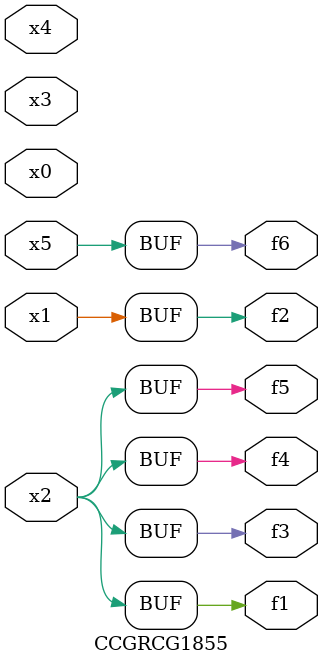
<source format=v>
module CCGRCG1855(
	input x0, x1, x2, x3, x4, x5,
	output f1, f2, f3, f4, f5, f6
);
	assign f1 = x2;
	assign f2 = x1;
	assign f3 = x2;
	assign f4 = x2;
	assign f5 = x2;
	assign f6 = x5;
endmodule

</source>
